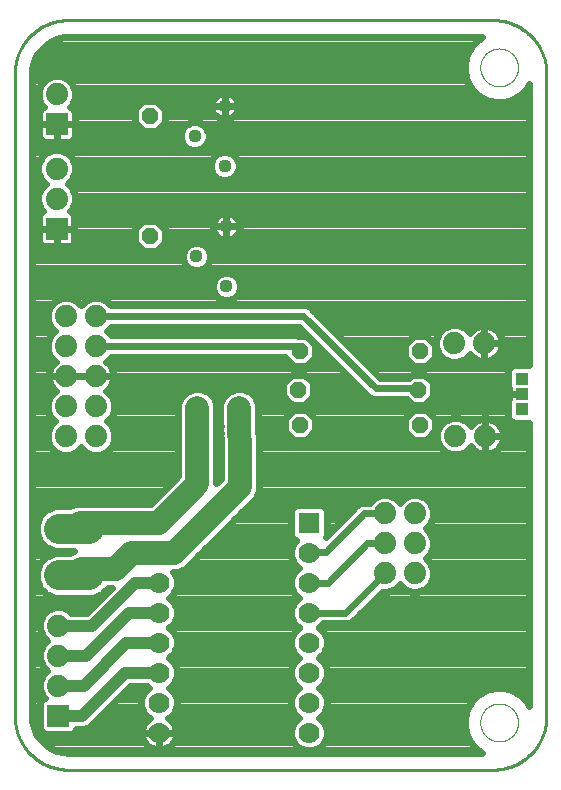
<source format=gbl>
G75*
%MOIN*%
%OFA0B0*%
%FSLAX25Y25*%
%IPPOS*%
%LPD*%
%AMOC8*
5,1,8,0,0,1.08239X$1,22.5*
%
%ADD10C,0.00000*%
%ADD11C,0.01000*%
%ADD12C,0.07400*%
%ADD13R,0.04362X0.04362*%
%ADD14OC8,0.05200*%
%ADD15R,0.07400X0.07400*%
%ADD16C,0.04400*%
%ADD17C,0.10000*%
%ADD18R,0.07000X0.07000*%
%ADD19C,0.07000*%
%ADD20OC8,0.06300*%
%ADD21C,0.06300*%
%ADD22C,0.02400*%
%ADD23C,0.07874*%
%ADD24C,0.04000*%
D10*
X0191787Y0023322D02*
X0191789Y0023480D01*
X0191795Y0023638D01*
X0191805Y0023796D01*
X0191819Y0023954D01*
X0191837Y0024111D01*
X0191858Y0024268D01*
X0191884Y0024424D01*
X0191914Y0024580D01*
X0191947Y0024735D01*
X0191985Y0024888D01*
X0192026Y0025041D01*
X0192071Y0025193D01*
X0192120Y0025344D01*
X0192173Y0025493D01*
X0192229Y0025641D01*
X0192289Y0025787D01*
X0192353Y0025932D01*
X0192421Y0026075D01*
X0192492Y0026217D01*
X0192566Y0026357D01*
X0192644Y0026494D01*
X0192726Y0026630D01*
X0192810Y0026764D01*
X0192899Y0026895D01*
X0192990Y0027024D01*
X0193085Y0027151D01*
X0193182Y0027276D01*
X0193283Y0027398D01*
X0193387Y0027517D01*
X0193494Y0027634D01*
X0193604Y0027748D01*
X0193717Y0027859D01*
X0193832Y0027968D01*
X0193950Y0028073D01*
X0194071Y0028175D01*
X0194194Y0028275D01*
X0194320Y0028371D01*
X0194448Y0028464D01*
X0194578Y0028554D01*
X0194711Y0028640D01*
X0194846Y0028724D01*
X0194982Y0028803D01*
X0195121Y0028880D01*
X0195262Y0028952D01*
X0195404Y0029022D01*
X0195548Y0029087D01*
X0195694Y0029149D01*
X0195841Y0029207D01*
X0195990Y0029262D01*
X0196140Y0029313D01*
X0196291Y0029360D01*
X0196443Y0029403D01*
X0196596Y0029442D01*
X0196751Y0029478D01*
X0196906Y0029509D01*
X0197062Y0029537D01*
X0197218Y0029561D01*
X0197375Y0029581D01*
X0197533Y0029597D01*
X0197690Y0029609D01*
X0197849Y0029617D01*
X0198007Y0029621D01*
X0198165Y0029621D01*
X0198323Y0029617D01*
X0198482Y0029609D01*
X0198639Y0029597D01*
X0198797Y0029581D01*
X0198954Y0029561D01*
X0199110Y0029537D01*
X0199266Y0029509D01*
X0199421Y0029478D01*
X0199576Y0029442D01*
X0199729Y0029403D01*
X0199881Y0029360D01*
X0200032Y0029313D01*
X0200182Y0029262D01*
X0200331Y0029207D01*
X0200478Y0029149D01*
X0200624Y0029087D01*
X0200768Y0029022D01*
X0200910Y0028952D01*
X0201051Y0028880D01*
X0201190Y0028803D01*
X0201326Y0028724D01*
X0201461Y0028640D01*
X0201594Y0028554D01*
X0201724Y0028464D01*
X0201852Y0028371D01*
X0201978Y0028275D01*
X0202101Y0028175D01*
X0202222Y0028073D01*
X0202340Y0027968D01*
X0202455Y0027859D01*
X0202568Y0027748D01*
X0202678Y0027634D01*
X0202785Y0027517D01*
X0202889Y0027398D01*
X0202990Y0027276D01*
X0203087Y0027151D01*
X0203182Y0027024D01*
X0203273Y0026895D01*
X0203362Y0026764D01*
X0203446Y0026630D01*
X0203528Y0026494D01*
X0203606Y0026357D01*
X0203680Y0026217D01*
X0203751Y0026075D01*
X0203819Y0025932D01*
X0203883Y0025787D01*
X0203943Y0025641D01*
X0203999Y0025493D01*
X0204052Y0025344D01*
X0204101Y0025193D01*
X0204146Y0025041D01*
X0204187Y0024888D01*
X0204225Y0024735D01*
X0204258Y0024580D01*
X0204288Y0024424D01*
X0204314Y0024268D01*
X0204335Y0024111D01*
X0204353Y0023954D01*
X0204367Y0023796D01*
X0204377Y0023638D01*
X0204383Y0023480D01*
X0204385Y0023322D01*
X0204383Y0023164D01*
X0204377Y0023006D01*
X0204367Y0022848D01*
X0204353Y0022690D01*
X0204335Y0022533D01*
X0204314Y0022376D01*
X0204288Y0022220D01*
X0204258Y0022064D01*
X0204225Y0021909D01*
X0204187Y0021756D01*
X0204146Y0021603D01*
X0204101Y0021451D01*
X0204052Y0021300D01*
X0203999Y0021151D01*
X0203943Y0021003D01*
X0203883Y0020857D01*
X0203819Y0020712D01*
X0203751Y0020569D01*
X0203680Y0020427D01*
X0203606Y0020287D01*
X0203528Y0020150D01*
X0203446Y0020014D01*
X0203362Y0019880D01*
X0203273Y0019749D01*
X0203182Y0019620D01*
X0203087Y0019493D01*
X0202990Y0019368D01*
X0202889Y0019246D01*
X0202785Y0019127D01*
X0202678Y0019010D01*
X0202568Y0018896D01*
X0202455Y0018785D01*
X0202340Y0018676D01*
X0202222Y0018571D01*
X0202101Y0018469D01*
X0201978Y0018369D01*
X0201852Y0018273D01*
X0201724Y0018180D01*
X0201594Y0018090D01*
X0201461Y0018004D01*
X0201326Y0017920D01*
X0201190Y0017841D01*
X0201051Y0017764D01*
X0200910Y0017692D01*
X0200768Y0017622D01*
X0200624Y0017557D01*
X0200478Y0017495D01*
X0200331Y0017437D01*
X0200182Y0017382D01*
X0200032Y0017331D01*
X0199881Y0017284D01*
X0199729Y0017241D01*
X0199576Y0017202D01*
X0199421Y0017166D01*
X0199266Y0017135D01*
X0199110Y0017107D01*
X0198954Y0017083D01*
X0198797Y0017063D01*
X0198639Y0017047D01*
X0198482Y0017035D01*
X0198323Y0017027D01*
X0198165Y0017023D01*
X0198007Y0017023D01*
X0197849Y0017027D01*
X0197690Y0017035D01*
X0197533Y0017047D01*
X0197375Y0017063D01*
X0197218Y0017083D01*
X0197062Y0017107D01*
X0196906Y0017135D01*
X0196751Y0017166D01*
X0196596Y0017202D01*
X0196443Y0017241D01*
X0196291Y0017284D01*
X0196140Y0017331D01*
X0195990Y0017382D01*
X0195841Y0017437D01*
X0195694Y0017495D01*
X0195548Y0017557D01*
X0195404Y0017622D01*
X0195262Y0017692D01*
X0195121Y0017764D01*
X0194982Y0017841D01*
X0194846Y0017920D01*
X0194711Y0018004D01*
X0194578Y0018090D01*
X0194448Y0018180D01*
X0194320Y0018273D01*
X0194194Y0018369D01*
X0194071Y0018469D01*
X0193950Y0018571D01*
X0193832Y0018676D01*
X0193717Y0018785D01*
X0193604Y0018896D01*
X0193494Y0019010D01*
X0193387Y0019127D01*
X0193283Y0019246D01*
X0193182Y0019368D01*
X0193085Y0019493D01*
X0192990Y0019620D01*
X0192899Y0019749D01*
X0192810Y0019880D01*
X0192726Y0020014D01*
X0192644Y0020150D01*
X0192566Y0020287D01*
X0192492Y0020427D01*
X0192421Y0020569D01*
X0192353Y0020712D01*
X0192289Y0020857D01*
X0192229Y0021003D01*
X0192173Y0021151D01*
X0192120Y0021300D01*
X0192071Y0021451D01*
X0192026Y0021603D01*
X0191985Y0021756D01*
X0191947Y0021909D01*
X0191914Y0022064D01*
X0191884Y0022220D01*
X0191858Y0022376D01*
X0191837Y0022533D01*
X0191819Y0022690D01*
X0191805Y0022848D01*
X0191795Y0023006D01*
X0191789Y0023164D01*
X0191787Y0023322D01*
X0191787Y0241669D02*
X0191789Y0241827D01*
X0191795Y0241985D01*
X0191805Y0242143D01*
X0191819Y0242301D01*
X0191837Y0242458D01*
X0191858Y0242615D01*
X0191884Y0242771D01*
X0191914Y0242927D01*
X0191947Y0243082D01*
X0191985Y0243235D01*
X0192026Y0243388D01*
X0192071Y0243540D01*
X0192120Y0243691D01*
X0192173Y0243840D01*
X0192229Y0243988D01*
X0192289Y0244134D01*
X0192353Y0244279D01*
X0192421Y0244422D01*
X0192492Y0244564D01*
X0192566Y0244704D01*
X0192644Y0244841D01*
X0192726Y0244977D01*
X0192810Y0245111D01*
X0192899Y0245242D01*
X0192990Y0245371D01*
X0193085Y0245498D01*
X0193182Y0245623D01*
X0193283Y0245745D01*
X0193387Y0245864D01*
X0193494Y0245981D01*
X0193604Y0246095D01*
X0193717Y0246206D01*
X0193832Y0246315D01*
X0193950Y0246420D01*
X0194071Y0246522D01*
X0194194Y0246622D01*
X0194320Y0246718D01*
X0194448Y0246811D01*
X0194578Y0246901D01*
X0194711Y0246987D01*
X0194846Y0247071D01*
X0194982Y0247150D01*
X0195121Y0247227D01*
X0195262Y0247299D01*
X0195404Y0247369D01*
X0195548Y0247434D01*
X0195694Y0247496D01*
X0195841Y0247554D01*
X0195990Y0247609D01*
X0196140Y0247660D01*
X0196291Y0247707D01*
X0196443Y0247750D01*
X0196596Y0247789D01*
X0196751Y0247825D01*
X0196906Y0247856D01*
X0197062Y0247884D01*
X0197218Y0247908D01*
X0197375Y0247928D01*
X0197533Y0247944D01*
X0197690Y0247956D01*
X0197849Y0247964D01*
X0198007Y0247968D01*
X0198165Y0247968D01*
X0198323Y0247964D01*
X0198482Y0247956D01*
X0198639Y0247944D01*
X0198797Y0247928D01*
X0198954Y0247908D01*
X0199110Y0247884D01*
X0199266Y0247856D01*
X0199421Y0247825D01*
X0199576Y0247789D01*
X0199729Y0247750D01*
X0199881Y0247707D01*
X0200032Y0247660D01*
X0200182Y0247609D01*
X0200331Y0247554D01*
X0200478Y0247496D01*
X0200624Y0247434D01*
X0200768Y0247369D01*
X0200910Y0247299D01*
X0201051Y0247227D01*
X0201190Y0247150D01*
X0201326Y0247071D01*
X0201461Y0246987D01*
X0201594Y0246901D01*
X0201724Y0246811D01*
X0201852Y0246718D01*
X0201978Y0246622D01*
X0202101Y0246522D01*
X0202222Y0246420D01*
X0202340Y0246315D01*
X0202455Y0246206D01*
X0202568Y0246095D01*
X0202678Y0245981D01*
X0202785Y0245864D01*
X0202889Y0245745D01*
X0202990Y0245623D01*
X0203087Y0245498D01*
X0203182Y0245371D01*
X0203273Y0245242D01*
X0203362Y0245111D01*
X0203446Y0244977D01*
X0203528Y0244841D01*
X0203606Y0244704D01*
X0203680Y0244564D01*
X0203751Y0244422D01*
X0203819Y0244279D01*
X0203883Y0244134D01*
X0203943Y0243988D01*
X0203999Y0243840D01*
X0204052Y0243691D01*
X0204101Y0243540D01*
X0204146Y0243388D01*
X0204187Y0243235D01*
X0204225Y0243082D01*
X0204258Y0242927D01*
X0204288Y0242771D01*
X0204314Y0242615D01*
X0204335Y0242458D01*
X0204353Y0242301D01*
X0204367Y0242143D01*
X0204377Y0241985D01*
X0204383Y0241827D01*
X0204385Y0241669D01*
X0204383Y0241511D01*
X0204377Y0241353D01*
X0204367Y0241195D01*
X0204353Y0241037D01*
X0204335Y0240880D01*
X0204314Y0240723D01*
X0204288Y0240567D01*
X0204258Y0240411D01*
X0204225Y0240256D01*
X0204187Y0240103D01*
X0204146Y0239950D01*
X0204101Y0239798D01*
X0204052Y0239647D01*
X0203999Y0239498D01*
X0203943Y0239350D01*
X0203883Y0239204D01*
X0203819Y0239059D01*
X0203751Y0238916D01*
X0203680Y0238774D01*
X0203606Y0238634D01*
X0203528Y0238497D01*
X0203446Y0238361D01*
X0203362Y0238227D01*
X0203273Y0238096D01*
X0203182Y0237967D01*
X0203087Y0237840D01*
X0202990Y0237715D01*
X0202889Y0237593D01*
X0202785Y0237474D01*
X0202678Y0237357D01*
X0202568Y0237243D01*
X0202455Y0237132D01*
X0202340Y0237023D01*
X0202222Y0236918D01*
X0202101Y0236816D01*
X0201978Y0236716D01*
X0201852Y0236620D01*
X0201724Y0236527D01*
X0201594Y0236437D01*
X0201461Y0236351D01*
X0201326Y0236267D01*
X0201190Y0236188D01*
X0201051Y0236111D01*
X0200910Y0236039D01*
X0200768Y0235969D01*
X0200624Y0235904D01*
X0200478Y0235842D01*
X0200331Y0235784D01*
X0200182Y0235729D01*
X0200032Y0235678D01*
X0199881Y0235631D01*
X0199729Y0235588D01*
X0199576Y0235549D01*
X0199421Y0235513D01*
X0199266Y0235482D01*
X0199110Y0235454D01*
X0198954Y0235430D01*
X0198797Y0235410D01*
X0198639Y0235394D01*
X0198482Y0235382D01*
X0198323Y0235374D01*
X0198165Y0235370D01*
X0198007Y0235370D01*
X0197849Y0235374D01*
X0197690Y0235382D01*
X0197533Y0235394D01*
X0197375Y0235410D01*
X0197218Y0235430D01*
X0197062Y0235454D01*
X0196906Y0235482D01*
X0196751Y0235513D01*
X0196596Y0235549D01*
X0196443Y0235588D01*
X0196291Y0235631D01*
X0196140Y0235678D01*
X0195990Y0235729D01*
X0195841Y0235784D01*
X0195694Y0235842D01*
X0195548Y0235904D01*
X0195404Y0235969D01*
X0195262Y0236039D01*
X0195121Y0236111D01*
X0194982Y0236188D01*
X0194846Y0236267D01*
X0194711Y0236351D01*
X0194578Y0236437D01*
X0194448Y0236527D01*
X0194320Y0236620D01*
X0194194Y0236716D01*
X0194071Y0236816D01*
X0193950Y0236918D01*
X0193832Y0237023D01*
X0193717Y0237132D01*
X0193604Y0237243D01*
X0193494Y0237357D01*
X0193387Y0237474D01*
X0193283Y0237593D01*
X0193182Y0237715D01*
X0193085Y0237840D01*
X0192990Y0237967D01*
X0192899Y0238096D01*
X0192810Y0238227D01*
X0192726Y0238361D01*
X0192644Y0238497D01*
X0192566Y0238634D01*
X0192492Y0238774D01*
X0192421Y0238916D01*
X0192353Y0239059D01*
X0192289Y0239204D01*
X0192229Y0239350D01*
X0192173Y0239498D01*
X0192120Y0239647D01*
X0192071Y0239798D01*
X0192026Y0239950D01*
X0191985Y0240103D01*
X0191947Y0240256D01*
X0191914Y0240411D01*
X0191884Y0240567D01*
X0191858Y0240723D01*
X0191837Y0240880D01*
X0191819Y0241037D01*
X0191805Y0241195D01*
X0191795Y0241353D01*
X0191789Y0241511D01*
X0191787Y0241669D01*
D11*
X0036669Y0239700D02*
X0036669Y0025291D01*
X0036668Y0025291D02*
X0036673Y0024863D01*
X0036689Y0024435D01*
X0036715Y0024008D01*
X0036751Y0023581D01*
X0036797Y0023155D01*
X0036854Y0022731D01*
X0036921Y0022308D01*
X0036998Y0021887D01*
X0037085Y0021468D01*
X0037183Y0021051D01*
X0037290Y0020637D01*
X0037408Y0020225D01*
X0037535Y0019816D01*
X0037672Y0019411D01*
X0037819Y0019008D01*
X0037976Y0018610D01*
X0038142Y0018215D01*
X0038318Y0017825D01*
X0038503Y0017439D01*
X0038697Y0017057D01*
X0038901Y0016681D01*
X0039113Y0016309D01*
X0039335Y0015943D01*
X0039565Y0015582D01*
X0039804Y0015227D01*
X0040052Y0014877D01*
X0040307Y0014534D01*
X0040572Y0014197D01*
X0040844Y0013866D01*
X0041124Y0013542D01*
X0041411Y0013225D01*
X0041707Y0012915D01*
X0042009Y0012613D01*
X0042319Y0012317D01*
X0042636Y0012030D01*
X0042960Y0011750D01*
X0043291Y0011478D01*
X0043628Y0011213D01*
X0043971Y0010958D01*
X0044321Y0010710D01*
X0044676Y0010471D01*
X0045037Y0010241D01*
X0045403Y0010019D01*
X0045775Y0009807D01*
X0046151Y0009603D01*
X0046533Y0009409D01*
X0046919Y0009224D01*
X0047309Y0009048D01*
X0047704Y0008882D01*
X0048102Y0008725D01*
X0048505Y0008578D01*
X0048910Y0008441D01*
X0049319Y0008314D01*
X0049731Y0008196D01*
X0050145Y0008089D01*
X0050562Y0007991D01*
X0050981Y0007904D01*
X0051402Y0007827D01*
X0051825Y0007760D01*
X0052249Y0007703D01*
X0052675Y0007657D01*
X0053102Y0007621D01*
X0053529Y0007595D01*
X0053957Y0007579D01*
X0054385Y0007574D01*
X0196118Y0007574D01*
X0196546Y0007579D01*
X0196974Y0007595D01*
X0197401Y0007621D01*
X0197828Y0007657D01*
X0198254Y0007703D01*
X0198678Y0007760D01*
X0199101Y0007827D01*
X0199522Y0007904D01*
X0199941Y0007991D01*
X0200358Y0008089D01*
X0200772Y0008196D01*
X0201184Y0008314D01*
X0201593Y0008441D01*
X0201998Y0008578D01*
X0202401Y0008725D01*
X0202799Y0008882D01*
X0203194Y0009048D01*
X0203584Y0009224D01*
X0203970Y0009409D01*
X0204352Y0009603D01*
X0204728Y0009807D01*
X0205100Y0010019D01*
X0205466Y0010241D01*
X0205827Y0010471D01*
X0206182Y0010710D01*
X0206532Y0010958D01*
X0206875Y0011213D01*
X0207212Y0011478D01*
X0207543Y0011750D01*
X0207867Y0012030D01*
X0208184Y0012317D01*
X0208494Y0012613D01*
X0208796Y0012915D01*
X0209092Y0013225D01*
X0209379Y0013542D01*
X0209659Y0013866D01*
X0209931Y0014197D01*
X0210196Y0014534D01*
X0210451Y0014877D01*
X0210699Y0015227D01*
X0210938Y0015582D01*
X0211168Y0015943D01*
X0211390Y0016309D01*
X0211602Y0016681D01*
X0211806Y0017057D01*
X0212000Y0017439D01*
X0212185Y0017825D01*
X0212361Y0018215D01*
X0212527Y0018610D01*
X0212684Y0019008D01*
X0212831Y0019411D01*
X0212968Y0019816D01*
X0213095Y0020225D01*
X0213213Y0020637D01*
X0213320Y0021051D01*
X0213418Y0021468D01*
X0213505Y0021887D01*
X0213582Y0022308D01*
X0213649Y0022731D01*
X0213706Y0023155D01*
X0213752Y0023581D01*
X0213788Y0024008D01*
X0213814Y0024435D01*
X0213830Y0024863D01*
X0213835Y0025291D01*
X0213834Y0025291D02*
X0213834Y0239700D01*
X0213835Y0239700D02*
X0213830Y0240128D01*
X0213814Y0240556D01*
X0213788Y0240983D01*
X0213752Y0241410D01*
X0213706Y0241836D01*
X0213649Y0242260D01*
X0213582Y0242683D01*
X0213505Y0243104D01*
X0213418Y0243523D01*
X0213320Y0243940D01*
X0213213Y0244354D01*
X0213095Y0244766D01*
X0212968Y0245175D01*
X0212831Y0245580D01*
X0212684Y0245983D01*
X0212527Y0246381D01*
X0212361Y0246776D01*
X0212185Y0247166D01*
X0212000Y0247552D01*
X0211806Y0247934D01*
X0211602Y0248310D01*
X0211390Y0248682D01*
X0211168Y0249048D01*
X0210938Y0249409D01*
X0210699Y0249764D01*
X0210451Y0250114D01*
X0210196Y0250457D01*
X0209931Y0250794D01*
X0209659Y0251125D01*
X0209379Y0251449D01*
X0209092Y0251766D01*
X0208796Y0252076D01*
X0208494Y0252378D01*
X0208184Y0252674D01*
X0207867Y0252961D01*
X0207543Y0253241D01*
X0207212Y0253513D01*
X0206875Y0253778D01*
X0206532Y0254033D01*
X0206182Y0254281D01*
X0205827Y0254520D01*
X0205466Y0254750D01*
X0205100Y0254972D01*
X0204728Y0255184D01*
X0204352Y0255388D01*
X0203970Y0255582D01*
X0203584Y0255767D01*
X0203194Y0255943D01*
X0202799Y0256109D01*
X0202401Y0256266D01*
X0201998Y0256413D01*
X0201593Y0256550D01*
X0201184Y0256677D01*
X0200772Y0256795D01*
X0200358Y0256902D01*
X0199941Y0257000D01*
X0199522Y0257087D01*
X0199101Y0257164D01*
X0198678Y0257231D01*
X0198254Y0257288D01*
X0197828Y0257334D01*
X0197401Y0257370D01*
X0196974Y0257396D01*
X0196546Y0257412D01*
X0196118Y0257417D01*
X0054385Y0257417D01*
X0053957Y0257412D01*
X0053529Y0257396D01*
X0053102Y0257370D01*
X0052675Y0257334D01*
X0052249Y0257288D01*
X0051825Y0257231D01*
X0051402Y0257164D01*
X0050981Y0257087D01*
X0050562Y0257000D01*
X0050145Y0256902D01*
X0049731Y0256795D01*
X0049319Y0256677D01*
X0048910Y0256550D01*
X0048505Y0256413D01*
X0048102Y0256266D01*
X0047704Y0256109D01*
X0047309Y0255943D01*
X0046919Y0255767D01*
X0046533Y0255582D01*
X0046151Y0255388D01*
X0045775Y0255184D01*
X0045403Y0254972D01*
X0045037Y0254750D01*
X0044676Y0254520D01*
X0044321Y0254281D01*
X0043971Y0254033D01*
X0043628Y0253778D01*
X0043291Y0253513D01*
X0042960Y0253241D01*
X0042636Y0252961D01*
X0042319Y0252674D01*
X0042009Y0252378D01*
X0041707Y0252076D01*
X0041411Y0251766D01*
X0041124Y0251449D01*
X0040844Y0251125D01*
X0040572Y0250794D01*
X0040307Y0250457D01*
X0040052Y0250114D01*
X0039804Y0249764D01*
X0039565Y0249409D01*
X0039335Y0249048D01*
X0039113Y0248682D01*
X0038901Y0248310D01*
X0038697Y0247934D01*
X0038503Y0247552D01*
X0038318Y0247166D01*
X0038142Y0246776D01*
X0037976Y0246381D01*
X0037819Y0245983D01*
X0037672Y0245580D01*
X0037535Y0245175D01*
X0037408Y0244766D01*
X0037290Y0244354D01*
X0037183Y0243940D01*
X0037085Y0243523D01*
X0036998Y0243104D01*
X0036921Y0242683D01*
X0036854Y0242260D01*
X0036797Y0241836D01*
X0036751Y0241410D01*
X0036715Y0240983D01*
X0036689Y0240556D01*
X0036673Y0240128D01*
X0036668Y0239700D01*
D12*
X0050674Y0232728D03*
X0050608Y0207899D03*
X0050608Y0197899D03*
X0053714Y0158727D03*
X0053714Y0148727D03*
X0053714Y0138727D03*
X0053714Y0128727D03*
X0053714Y0118727D03*
X0063714Y0118727D03*
X0063714Y0128727D03*
X0063714Y0138727D03*
X0063714Y0148727D03*
X0063714Y0158727D03*
X0051135Y0055560D03*
X0051135Y0045560D03*
X0051135Y0035560D03*
X0159930Y0072978D03*
X0159930Y0082978D03*
X0159930Y0092978D03*
X0169930Y0092978D03*
X0169930Y0082978D03*
X0169930Y0072978D03*
X0183474Y0118765D03*
X0193474Y0118765D03*
X0193114Y0149680D03*
X0183114Y0149680D03*
D13*
X0205688Y0137877D03*
X0205688Y0132877D03*
X0205688Y0127877D03*
D14*
X0171551Y0122562D03*
X0171176Y0134239D03*
X0171615Y0147179D03*
X0131615Y0147179D03*
X0131176Y0134239D03*
X0131551Y0122562D03*
X0081594Y0185576D03*
X0081594Y0225576D03*
D15*
X0050674Y0222728D03*
X0050608Y0187899D03*
X0051135Y0025560D03*
D16*
X0107149Y0168645D03*
X0097149Y0178645D03*
X0107149Y0188645D03*
X0106622Y0208763D03*
X0096622Y0218763D03*
X0106622Y0228763D03*
D17*
X0061368Y0087910D02*
X0051368Y0087910D01*
X0051368Y0072319D02*
X0061368Y0072319D01*
D18*
X0134689Y0089924D03*
D19*
X0134689Y0079924D03*
X0134689Y0069924D03*
X0134689Y0059924D03*
X0134689Y0049924D03*
X0134689Y0039924D03*
X0134689Y0029924D03*
X0134689Y0019924D03*
X0084689Y0019924D03*
X0084689Y0029924D03*
X0084689Y0039924D03*
X0084689Y0049924D03*
X0084689Y0059924D03*
X0084689Y0069924D03*
X0084689Y0079924D03*
X0084689Y0089924D03*
D20*
X0111523Y0128163D03*
D21*
X0097523Y0128163D03*
D22*
X0091186Y0126970D02*
X0069589Y0126970D01*
X0069814Y0127514D02*
X0069814Y0129940D01*
X0068885Y0132182D01*
X0067170Y0133898D01*
X0067129Y0133915D01*
X0067558Y0134227D01*
X0068214Y0134883D01*
X0068760Y0135635D01*
X0069182Y0136462D01*
X0069469Y0137345D01*
X0069614Y0138263D01*
X0069614Y0138727D01*
X0063714Y0138727D01*
X0057814Y0138727D01*
X0053714Y0138727D01*
X0047814Y0138727D01*
X0047814Y0138263D01*
X0047959Y0137345D01*
X0048246Y0136462D01*
X0048668Y0135635D01*
X0049214Y0134883D01*
X0049871Y0134227D01*
X0050299Y0133915D01*
X0050259Y0133898D01*
X0048543Y0132182D01*
X0047614Y0129940D01*
X0047614Y0127514D01*
X0048543Y0125272D01*
X0050087Y0123727D01*
X0048543Y0122182D01*
X0047614Y0119940D01*
X0047614Y0117514D01*
X0048543Y0115272D01*
X0050259Y0113556D01*
X0052501Y0112627D01*
X0054928Y0112627D01*
X0057170Y0113556D01*
X0058714Y0115100D01*
X0060259Y0113556D01*
X0062501Y0112627D01*
X0064928Y0112627D01*
X0067170Y0113556D01*
X0068885Y0115272D01*
X0069814Y0117514D01*
X0069814Y0119940D01*
X0068885Y0122182D01*
X0067341Y0123727D01*
X0068885Y0125272D01*
X0069814Y0127514D01*
X0069814Y0129368D02*
X0091186Y0129368D01*
X0091186Y0129423D02*
X0091186Y0105384D01*
X0082064Y0096261D01*
X0057122Y0096261D01*
X0054825Y0095310D01*
X0049896Y0095310D01*
X0047176Y0094183D01*
X0045095Y0092102D01*
X0043968Y0089382D01*
X0043968Y0086438D01*
X0045095Y0083718D01*
X0047176Y0081637D01*
X0049896Y0080510D01*
X0056431Y0080510D01*
X0055007Y0079920D01*
X0054806Y0079719D01*
X0049896Y0079719D01*
X0047176Y0078593D01*
X0045095Y0076511D01*
X0043968Y0073791D01*
X0043968Y0070847D01*
X0045095Y0068128D01*
X0047176Y0066046D01*
X0049896Y0064919D01*
X0062840Y0064919D01*
X0065560Y0066046D01*
X0067642Y0068128D01*
X0067676Y0068211D01*
X0068900Y0068211D01*
X0060649Y0059960D01*
X0055362Y0059960D01*
X0054591Y0060732D01*
X0052349Y0061660D01*
X0049922Y0061660D01*
X0047680Y0060732D01*
X0045964Y0059016D01*
X0045035Y0056774D01*
X0045035Y0054347D01*
X0045964Y0052105D01*
X0047509Y0050560D01*
X0045964Y0049016D01*
X0045035Y0046774D01*
X0045035Y0044347D01*
X0045964Y0042105D01*
X0047509Y0040560D01*
X0045964Y0039016D01*
X0045035Y0036774D01*
X0045035Y0034347D01*
X0045964Y0032105D01*
X0046570Y0031500D01*
X0046076Y0031295D01*
X0045401Y0030620D01*
X0045035Y0029738D01*
X0045035Y0021383D01*
X0045401Y0020501D01*
X0046076Y0019826D01*
X0046958Y0019460D01*
X0055313Y0019460D01*
X0056195Y0019826D01*
X0056870Y0020501D01*
X0057143Y0021160D01*
X0059835Y0021160D01*
X0061452Y0021830D01*
X0075082Y0035460D01*
X0080809Y0035460D01*
X0081345Y0034924D01*
X0079687Y0033267D01*
X0078789Y0031098D01*
X0078789Y0028751D01*
X0079687Y0026582D01*
X0081347Y0024923D01*
X0081680Y0024784D01*
X0080975Y0024272D01*
X0080341Y0023638D01*
X0079814Y0022912D01*
X0079406Y0022112D01*
X0079129Y0021259D01*
X0078989Y0020373D01*
X0078989Y0019925D01*
X0084689Y0019925D01*
X0090389Y0019925D01*
X0090389Y0020373D01*
X0090248Y0021259D01*
X0089971Y0022112D01*
X0089564Y0022912D01*
X0089036Y0023638D01*
X0088402Y0024272D01*
X0087697Y0024784D01*
X0088031Y0024923D01*
X0089690Y0026582D01*
X0090589Y0028751D01*
X0090589Y0031098D01*
X0089690Y0033267D01*
X0088033Y0034924D01*
X0089690Y0036582D01*
X0090589Y0038751D01*
X0090589Y0041098D01*
X0089690Y0043267D01*
X0088033Y0044924D01*
X0089690Y0046582D01*
X0090589Y0048751D01*
X0090589Y0051098D01*
X0089690Y0053267D01*
X0088033Y0054924D01*
X0089690Y0056582D01*
X0090589Y0058751D01*
X0090589Y0061098D01*
X0089690Y0063267D01*
X0088033Y0064924D01*
X0089690Y0066582D01*
X0090589Y0068751D01*
X0090589Y0071098D01*
X0089690Y0073267D01*
X0089370Y0073587D01*
X0091025Y0073587D01*
X0093354Y0074552D01*
X0115215Y0096413D01*
X0116998Y0098195D01*
X0117962Y0100525D01*
X0117962Y0106817D01*
X0117969Y0106832D01*
X0117962Y0108077D01*
X0117962Y0109321D01*
X0117956Y0109336D01*
X0117854Y0129455D01*
X0116877Y0131780D01*
X0115085Y0133553D01*
X0112751Y0134506D01*
X0110230Y0134493D01*
X0107906Y0133517D01*
X0106133Y0131725D01*
X0105180Y0129391D01*
X0105288Y0108044D01*
X0105288Y0104410D01*
X0103860Y0102982D01*
X0103860Y0129423D01*
X0102895Y0131752D01*
X0101113Y0133535D01*
X0098784Y0134500D01*
X0096263Y0134500D01*
X0093933Y0133535D01*
X0092151Y0131752D01*
X0091186Y0129423D01*
X0092165Y0131767D02*
X0069058Y0131767D01*
X0067473Y0134166D02*
X0095456Y0134166D01*
X0099590Y0134166D02*
X0109450Y0134166D01*
X0106174Y0131767D02*
X0102881Y0131767D01*
X0103860Y0129368D02*
X0105180Y0129368D01*
X0105192Y0126970D02*
X0103860Y0126970D01*
X0103860Y0124571D02*
X0105204Y0124571D01*
X0105216Y0122173D02*
X0103860Y0122173D01*
X0103860Y0119774D02*
X0105229Y0119774D01*
X0105241Y0117376D02*
X0103860Y0117376D01*
X0103860Y0114977D02*
X0105253Y0114977D01*
X0105265Y0112579D02*
X0103860Y0112579D01*
X0103860Y0110180D02*
X0105278Y0110180D01*
X0105288Y0107782D02*
X0103860Y0107782D01*
X0103860Y0105383D02*
X0105288Y0105383D01*
X0103863Y0102985D02*
X0103860Y0102985D01*
X0112193Y0093391D02*
X0128789Y0093391D01*
X0128789Y0093902D02*
X0128789Y0085947D01*
X0129154Y0085065D01*
X0129829Y0084390D01*
X0130523Y0084103D01*
X0129687Y0083267D01*
X0128789Y0081098D01*
X0128789Y0078751D01*
X0129687Y0076582D01*
X0131345Y0074924D01*
X0129687Y0073267D01*
X0128789Y0071098D01*
X0128789Y0068751D01*
X0129687Y0066582D01*
X0131345Y0064924D01*
X0129687Y0063267D01*
X0128789Y0061098D01*
X0128789Y0058751D01*
X0129687Y0056582D01*
X0131345Y0054924D01*
X0129687Y0053267D01*
X0128789Y0051098D01*
X0128789Y0048751D01*
X0129687Y0046582D01*
X0131345Y0044924D01*
X0129687Y0043267D01*
X0128789Y0041098D01*
X0128789Y0038751D01*
X0129687Y0036582D01*
X0131345Y0034924D01*
X0129687Y0033267D01*
X0128789Y0031098D01*
X0128789Y0028751D01*
X0129687Y0026582D01*
X0131345Y0024924D01*
X0129687Y0023267D01*
X0128789Y0021098D01*
X0128789Y0018751D01*
X0129687Y0016582D01*
X0131347Y0014923D01*
X0133515Y0014024D01*
X0135862Y0014024D01*
X0138031Y0014923D01*
X0139690Y0016582D01*
X0140589Y0018751D01*
X0140589Y0021098D01*
X0139690Y0023267D01*
X0138033Y0024924D01*
X0139690Y0026582D01*
X0140589Y0028751D01*
X0140589Y0031098D01*
X0139690Y0033267D01*
X0138033Y0034924D01*
X0139690Y0036582D01*
X0140589Y0038751D01*
X0140589Y0041098D01*
X0139690Y0043267D01*
X0138033Y0044924D01*
X0139690Y0046582D01*
X0140589Y0048751D01*
X0140589Y0051098D01*
X0139690Y0053267D01*
X0138033Y0054924D01*
X0139433Y0056324D01*
X0147593Y0056324D01*
X0148916Y0056873D01*
X0158921Y0066878D01*
X0161144Y0066878D01*
X0163386Y0067807D01*
X0164930Y0069351D01*
X0166475Y0067807D01*
X0168717Y0066878D01*
X0171144Y0066878D01*
X0173386Y0067807D01*
X0175102Y0069523D01*
X0176030Y0071765D01*
X0176030Y0074191D01*
X0175102Y0076433D01*
X0173557Y0077978D01*
X0175102Y0079523D01*
X0176030Y0081765D01*
X0176030Y0084191D01*
X0175102Y0086433D01*
X0173557Y0087978D01*
X0175102Y0089523D01*
X0176030Y0091765D01*
X0176030Y0094191D01*
X0175102Y0096433D01*
X0173386Y0098149D01*
X0171144Y0099078D01*
X0168717Y0099078D01*
X0166475Y0098149D01*
X0164930Y0096605D01*
X0163386Y0098149D01*
X0161144Y0099078D01*
X0158717Y0099078D01*
X0156475Y0098149D01*
X0154903Y0096578D01*
X0152452Y0096578D01*
X0151129Y0096030D01*
X0150116Y0095017D01*
X0140265Y0085166D01*
X0140589Y0085947D01*
X0140589Y0093902D01*
X0140223Y0094784D01*
X0139548Y0095459D01*
X0138666Y0095824D01*
X0130711Y0095824D01*
X0129829Y0095459D01*
X0129154Y0094784D01*
X0128789Y0093902D01*
X0130626Y0095789D02*
X0114592Y0095789D01*
X0116990Y0098188D02*
X0156568Y0098188D01*
X0159930Y0092978D02*
X0153168Y0092978D01*
X0140423Y0080233D01*
X0134997Y0080233D01*
X0134689Y0079924D01*
X0130217Y0083797D02*
X0102599Y0083797D01*
X0104997Y0086195D02*
X0128789Y0086195D01*
X0128789Y0088594D02*
X0107396Y0088594D01*
X0109795Y0090992D02*
X0128789Y0090992D01*
X0128913Y0081398D02*
X0100200Y0081398D01*
X0097802Y0079000D02*
X0128789Y0079000D01*
X0129679Y0076601D02*
X0095403Y0076601D01*
X0092511Y0074203D02*
X0130623Y0074203D01*
X0129081Y0071804D02*
X0090296Y0071804D01*
X0090589Y0069406D02*
X0128789Y0069406D01*
X0129511Y0067007D02*
X0089866Y0067007D01*
X0088348Y0064609D02*
X0131029Y0064609D01*
X0129249Y0062210D02*
X0090128Y0062210D01*
X0090589Y0059812D02*
X0128789Y0059812D01*
X0129343Y0057413D02*
X0090035Y0057413D01*
X0088123Y0055015D02*
X0131255Y0055015D01*
X0129417Y0052616D02*
X0089960Y0052616D01*
X0090589Y0050218D02*
X0128789Y0050218D01*
X0129175Y0047819D02*
X0090203Y0047819D01*
X0088529Y0045421D02*
X0130849Y0045421D01*
X0129586Y0043022D02*
X0089792Y0043022D01*
X0090589Y0040624D02*
X0128789Y0040624D01*
X0129006Y0038225D02*
X0090371Y0038225D01*
X0088935Y0035827D02*
X0130443Y0035827D01*
X0129848Y0033428D02*
X0089529Y0033428D01*
X0090589Y0031030D02*
X0128789Y0031030D01*
X0128838Y0028631D02*
X0090539Y0028631D01*
X0089341Y0026232D02*
X0130037Y0026232D01*
X0130254Y0023834D02*
X0088840Y0023834D01*
X0090191Y0021435D02*
X0128928Y0021435D01*
X0128789Y0019037D02*
X0090319Y0019037D01*
X0090389Y0019476D02*
X0090389Y0019924D01*
X0084689Y0019924D01*
X0084689Y0019925D01*
X0084689Y0019924D01*
X0084689Y0014224D01*
X0085137Y0014224D01*
X0086023Y0014365D01*
X0086877Y0014642D01*
X0087676Y0015049D01*
X0088402Y0015577D01*
X0089036Y0016211D01*
X0089564Y0016937D01*
X0089971Y0017736D01*
X0090248Y0018590D01*
X0090389Y0019476D01*
X0089347Y0016638D02*
X0129664Y0016638D01*
X0132995Y0014240D02*
X0085235Y0014240D01*
X0084689Y0014240D02*
X0084689Y0014240D01*
X0084689Y0014224D02*
X0084689Y0019924D01*
X0084689Y0019924D01*
X0078989Y0019924D01*
X0078989Y0019476D01*
X0079129Y0018590D01*
X0079406Y0017736D01*
X0079814Y0016937D01*
X0080341Y0016211D01*
X0080975Y0015577D01*
X0081701Y0015049D01*
X0082501Y0014642D01*
X0083354Y0014365D01*
X0084240Y0014224D01*
X0084689Y0014224D01*
X0084142Y0014240D02*
X0049811Y0014240D01*
X0050416Y0013948D02*
X0047992Y0015116D01*
X0045888Y0016794D01*
X0044211Y0018897D01*
X0043043Y0021322D01*
X0042444Y0023945D01*
X0042369Y0025291D01*
X0042369Y0239700D01*
X0186709Y0239700D01*
X0186587Y0240155D02*
X0187371Y0237230D01*
X0188884Y0234608D01*
X0191025Y0232467D01*
X0193648Y0230953D01*
X0196572Y0230169D01*
X0199600Y0230169D01*
X0202525Y0230953D01*
X0205147Y0232467D01*
X0207288Y0234608D01*
X0208134Y0236074D01*
X0208134Y0142458D01*
X0203030Y0142458D01*
X0202148Y0142093D01*
X0201473Y0141418D01*
X0201107Y0140536D01*
X0201107Y0135219D01*
X0201307Y0134736D01*
X0201307Y0132877D01*
X0201307Y0131018D01*
X0201107Y0130536D01*
X0201107Y0125219D01*
X0201473Y0124337D01*
X0202148Y0123661D01*
X0203030Y0123296D01*
X0208134Y0123296D01*
X0208134Y0028917D01*
X0207288Y0030383D01*
X0205147Y0032524D01*
X0202525Y0034038D01*
X0199600Y0034821D01*
X0196572Y0034821D01*
X0193648Y0034038D01*
X0191025Y0032524D01*
X0188884Y0030383D01*
X0187371Y0027761D01*
X0186587Y0024836D01*
X0186587Y0021808D01*
X0187371Y0018884D01*
X0188884Y0016261D01*
X0191025Y0014120D01*
X0192491Y0013274D01*
X0054385Y0013274D01*
X0053040Y0013350D01*
X0050416Y0013948D01*
X0046083Y0016638D02*
X0080030Y0016638D01*
X0079058Y0019037D02*
X0044143Y0019037D01*
X0045035Y0021435D02*
X0043017Y0021435D01*
X0042470Y0023834D02*
X0045035Y0023834D01*
X0045035Y0026232D02*
X0042369Y0026232D01*
X0042369Y0028631D02*
X0045035Y0028631D01*
X0045810Y0031030D02*
X0042369Y0031030D01*
X0042369Y0033428D02*
X0045416Y0033428D01*
X0045035Y0035827D02*
X0042369Y0035827D01*
X0042369Y0038225D02*
X0045636Y0038225D01*
X0047445Y0040624D02*
X0042369Y0040624D01*
X0042369Y0043022D02*
X0045584Y0043022D01*
X0045035Y0045421D02*
X0042369Y0045421D01*
X0042369Y0047819D02*
X0045468Y0047819D01*
X0047166Y0050218D02*
X0042369Y0050218D01*
X0042369Y0052616D02*
X0045752Y0052616D01*
X0045035Y0055015D02*
X0042369Y0055015D01*
X0042369Y0057413D02*
X0045300Y0057413D01*
X0046760Y0059812D02*
X0042369Y0059812D01*
X0042369Y0062210D02*
X0062899Y0062210D01*
X0065297Y0064609D02*
X0042369Y0064609D01*
X0042369Y0067007D02*
X0046215Y0067007D01*
X0044565Y0069406D02*
X0042369Y0069406D01*
X0042369Y0071804D02*
X0043968Y0071804D01*
X0044139Y0074203D02*
X0042369Y0074203D01*
X0042369Y0076601D02*
X0045185Y0076601D01*
X0042369Y0079000D02*
X0048159Y0079000D01*
X0047752Y0081398D02*
X0042369Y0081398D01*
X0042369Y0083797D02*
X0045062Y0083797D01*
X0044069Y0086195D02*
X0042369Y0086195D01*
X0042369Y0088594D02*
X0043968Y0088594D01*
X0044635Y0090992D02*
X0042369Y0090992D01*
X0042369Y0093391D02*
X0046384Y0093391D01*
X0042369Y0095789D02*
X0055982Y0095789D01*
X0042369Y0098188D02*
X0083990Y0098188D01*
X0086389Y0100586D02*
X0042369Y0100586D01*
X0042369Y0102985D02*
X0088787Y0102985D01*
X0091186Y0105383D02*
X0042369Y0105383D01*
X0042369Y0107782D02*
X0091186Y0107782D01*
X0091186Y0110180D02*
X0042369Y0110180D01*
X0042369Y0112579D02*
X0091186Y0112579D01*
X0091186Y0114977D02*
X0068591Y0114977D01*
X0069757Y0117376D02*
X0091186Y0117376D01*
X0091186Y0119774D02*
X0069814Y0119774D01*
X0068889Y0122173D02*
X0091186Y0122173D01*
X0091186Y0124571D02*
X0068185Y0124571D01*
X0058837Y0114977D02*
X0058591Y0114977D01*
X0048837Y0114977D02*
X0042369Y0114977D01*
X0042369Y0117376D02*
X0047671Y0117376D01*
X0047614Y0119774D02*
X0042369Y0119774D01*
X0042369Y0122173D02*
X0048539Y0122173D01*
X0049243Y0124571D02*
X0042369Y0124571D01*
X0042369Y0126970D02*
X0047839Y0126970D01*
X0047614Y0129368D02*
X0042369Y0129368D01*
X0042369Y0131767D02*
X0048371Y0131767D01*
X0049955Y0134166D02*
X0042369Y0134166D01*
X0042369Y0136564D02*
X0048213Y0136564D01*
X0047814Y0138727D02*
X0047814Y0139191D01*
X0047959Y0140109D01*
X0048246Y0140992D01*
X0048668Y0141819D01*
X0049214Y0142571D01*
X0049871Y0143227D01*
X0050299Y0143539D01*
X0050259Y0143556D01*
X0048543Y0145272D01*
X0047614Y0147514D01*
X0047614Y0149940D01*
X0048543Y0152182D01*
X0050087Y0153727D01*
X0048543Y0155272D01*
X0047614Y0157514D01*
X0047614Y0159940D01*
X0048543Y0162182D01*
X0050259Y0163898D01*
X0052501Y0164827D01*
X0054928Y0164827D01*
X0057170Y0163898D01*
X0058714Y0162354D01*
X0060259Y0163898D01*
X0062501Y0164827D01*
X0064928Y0164827D01*
X0067170Y0163898D01*
X0068741Y0162327D01*
X0133574Y0162327D01*
X0134898Y0161779D01*
X0135910Y0160766D01*
X0158376Y0138300D01*
X0168166Y0138300D01*
X0169105Y0139239D01*
X0173247Y0139239D01*
X0176176Y0136310D01*
X0176176Y0132168D01*
X0173247Y0129239D01*
X0169105Y0129239D01*
X0167244Y0131100D01*
X0156169Y0131100D01*
X0154846Y0131648D01*
X0131367Y0155127D01*
X0068741Y0155127D01*
X0067341Y0153727D01*
X0068741Y0152327D01*
X0130783Y0152327D01*
X0131141Y0152179D01*
X0133686Y0152179D01*
X0136615Y0149250D01*
X0136615Y0145108D01*
X0133686Y0142179D01*
X0129544Y0142179D01*
X0126615Y0145108D01*
X0126615Y0145127D01*
X0068741Y0145127D01*
X0067170Y0143556D01*
X0067129Y0143539D01*
X0067558Y0143227D01*
X0068214Y0142571D01*
X0068760Y0141819D01*
X0069182Y0140992D01*
X0069469Y0140109D01*
X0069614Y0139191D01*
X0069614Y0138727D01*
X0063714Y0138727D01*
X0063714Y0138727D01*
X0053714Y0138727D01*
X0053714Y0138727D01*
X0047814Y0138727D01*
X0047814Y0138963D02*
X0042369Y0138963D01*
X0042369Y0141361D02*
X0048435Y0141361D01*
X0050055Y0143760D02*
X0042369Y0143760D01*
X0042369Y0146158D02*
X0048176Y0146158D01*
X0047614Y0148557D02*
X0042369Y0148557D01*
X0042369Y0150955D02*
X0048034Y0150955D01*
X0049714Y0153354D02*
X0042369Y0153354D01*
X0042369Y0155752D02*
X0048344Y0155752D01*
X0047614Y0158151D02*
X0042369Y0158151D01*
X0042369Y0160549D02*
X0047866Y0160549D01*
X0049308Y0162948D02*
X0042369Y0162948D01*
X0042369Y0165346D02*
X0103942Y0165346D01*
X0104543Y0164745D02*
X0103249Y0166039D01*
X0102549Y0167730D01*
X0102549Y0169560D01*
X0103249Y0171251D01*
X0104543Y0172545D01*
X0106234Y0173245D01*
X0108064Y0173245D01*
X0109755Y0172545D01*
X0111049Y0171251D01*
X0111749Y0169560D01*
X0111749Y0167730D01*
X0111049Y0166039D01*
X0109755Y0164745D01*
X0108064Y0164045D01*
X0106234Y0164045D01*
X0104543Y0164745D01*
X0102549Y0167745D02*
X0042369Y0167745D01*
X0042369Y0170143D02*
X0102791Y0170143D01*
X0104541Y0172542D02*
X0042369Y0172542D01*
X0042369Y0174940D02*
X0094348Y0174940D01*
X0094543Y0174745D02*
X0096234Y0174045D01*
X0098064Y0174045D01*
X0099755Y0174745D01*
X0101049Y0176039D01*
X0101749Y0177730D01*
X0101749Y0179560D01*
X0101049Y0181251D01*
X0099755Y0182545D01*
X0098064Y0183245D01*
X0096234Y0183245D01*
X0094543Y0182545D01*
X0093249Y0181251D01*
X0092549Y0179560D01*
X0092549Y0177730D01*
X0093249Y0176039D01*
X0094543Y0174745D01*
X0092711Y0177339D02*
X0042369Y0177339D01*
X0042369Y0179737D02*
X0092623Y0179737D01*
X0094135Y0182136D02*
X0085225Y0182136D01*
X0086594Y0183505D02*
X0083666Y0180576D01*
X0079523Y0180576D01*
X0076594Y0183505D01*
X0076594Y0187647D01*
X0079523Y0190576D01*
X0083666Y0190576D01*
X0086594Y0187647D01*
X0086594Y0183505D01*
X0086594Y0184534D02*
X0105562Y0184534D01*
X0105460Y0184567D02*
X0106119Y0184353D01*
X0106803Y0184245D01*
X0107149Y0184245D01*
X0107149Y0188645D01*
X0107149Y0193045D01*
X0106803Y0193045D01*
X0106119Y0192937D01*
X0105460Y0192723D01*
X0104843Y0192408D01*
X0104283Y0192001D01*
X0103793Y0191511D01*
X0103386Y0190951D01*
X0103071Y0190334D01*
X0102857Y0189675D01*
X0102749Y0188991D01*
X0102749Y0188645D01*
X0107149Y0188645D01*
X0107149Y0188645D01*
X0107149Y0188645D01*
X0107149Y0193045D01*
X0107495Y0193045D01*
X0108179Y0192937D01*
X0108838Y0192723D01*
X0109455Y0192408D01*
X0110015Y0192001D01*
X0110505Y0191511D01*
X0110912Y0190951D01*
X0111227Y0190334D01*
X0111441Y0189675D01*
X0111549Y0188991D01*
X0111549Y0188645D01*
X0107149Y0188645D01*
X0102749Y0188645D01*
X0102749Y0188299D01*
X0102857Y0187615D01*
X0103071Y0186956D01*
X0103386Y0186339D01*
X0103793Y0185778D01*
X0104283Y0185289D01*
X0104843Y0184882D01*
X0105460Y0184567D01*
X0107149Y0184534D02*
X0107149Y0184534D01*
X0107149Y0184245D02*
X0107495Y0184245D01*
X0108179Y0184353D01*
X0108838Y0184567D01*
X0109455Y0184882D01*
X0110015Y0185289D01*
X0110505Y0185778D01*
X0110912Y0186339D01*
X0111227Y0186956D01*
X0111441Y0187615D01*
X0111549Y0188299D01*
X0111549Y0188645D01*
X0107149Y0188645D01*
X0107149Y0188645D01*
X0107149Y0188645D01*
X0107149Y0184245D01*
X0108737Y0184534D02*
X0208134Y0184534D01*
X0208134Y0182136D02*
X0100164Y0182136D01*
X0101676Y0179737D02*
X0208134Y0179737D01*
X0208134Y0177339D02*
X0101587Y0177339D01*
X0099950Y0174940D02*
X0208134Y0174940D01*
X0208134Y0172542D02*
X0109758Y0172542D01*
X0111507Y0170143D02*
X0208134Y0170143D01*
X0208134Y0167745D02*
X0111749Y0167745D01*
X0110356Y0165346D02*
X0208134Y0165346D01*
X0208134Y0162948D02*
X0068120Y0162948D01*
X0063714Y0158727D02*
X0132858Y0158727D01*
X0156885Y0134700D01*
X0170715Y0134700D01*
X0171176Y0134239D01*
X0176176Y0134166D02*
X0201307Y0134166D01*
X0201307Y0132877D02*
X0205688Y0132877D01*
X0201307Y0132877D01*
X0201307Y0131767D02*
X0175775Y0131767D01*
X0173377Y0129368D02*
X0201107Y0129368D01*
X0201107Y0126970D02*
X0174214Y0126970D01*
X0173622Y0127562D02*
X0169480Y0127562D01*
X0166551Y0124633D01*
X0166551Y0120491D01*
X0169480Y0117562D01*
X0173622Y0117562D01*
X0176551Y0120491D01*
X0176551Y0124633D01*
X0173622Y0127562D01*
X0176551Y0124571D02*
X0181551Y0124571D01*
X0182261Y0124865D02*
X0180019Y0123937D01*
X0178303Y0122221D01*
X0177374Y0119979D01*
X0177374Y0117552D01*
X0178303Y0115310D01*
X0180019Y0113594D01*
X0182261Y0112665D01*
X0184688Y0112665D01*
X0186930Y0113594D01*
X0188646Y0115310D01*
X0188662Y0115351D01*
X0188974Y0114922D01*
X0189631Y0114265D01*
X0190382Y0113719D01*
X0191209Y0113298D01*
X0192093Y0113011D01*
X0193010Y0112865D01*
X0193474Y0112865D01*
X0193474Y0118765D01*
X0193474Y0118765D01*
X0193474Y0112865D01*
X0193939Y0112865D01*
X0194856Y0113011D01*
X0195739Y0113298D01*
X0196567Y0113719D01*
X0197318Y0114265D01*
X0197975Y0114922D01*
X0198520Y0115673D01*
X0198942Y0116501D01*
X0199229Y0117384D01*
X0199374Y0118301D01*
X0199374Y0118765D01*
X0193474Y0118765D01*
X0193474Y0118765D01*
X0193474Y0118766D02*
X0193474Y0124665D01*
X0193010Y0124665D01*
X0192093Y0124520D01*
X0191209Y0124233D01*
X0190382Y0123812D01*
X0189631Y0123266D01*
X0188974Y0122609D01*
X0188662Y0122180D01*
X0188646Y0122221D01*
X0186930Y0123937D01*
X0184688Y0124865D01*
X0182261Y0124865D01*
X0185397Y0124571D02*
X0192417Y0124571D01*
X0193474Y0124571D02*
X0193474Y0124571D01*
X0193474Y0124665D02*
X0193939Y0124665D01*
X0194856Y0124520D01*
X0195739Y0124233D01*
X0196567Y0123812D01*
X0197318Y0123266D01*
X0197975Y0122609D01*
X0198520Y0121858D01*
X0198942Y0121030D01*
X0199229Y0120147D01*
X0199374Y0119230D01*
X0199374Y0118765D01*
X0193474Y0118765D01*
X0193474Y0118766D02*
X0193474Y0118766D01*
X0193474Y0124665D01*
X0194532Y0124571D02*
X0201375Y0124571D01*
X0198291Y0122173D02*
X0208134Y0122173D01*
X0208134Y0119774D02*
X0199288Y0119774D01*
X0199226Y0117376D02*
X0208134Y0117376D01*
X0208134Y0114977D02*
X0198015Y0114977D01*
X0193474Y0114977D02*
X0193474Y0114977D01*
X0193474Y0117376D02*
X0193474Y0117376D01*
X0193474Y0119774D02*
X0193474Y0119774D01*
X0193474Y0122173D02*
X0193474Y0122173D01*
X0188934Y0114977D02*
X0188313Y0114977D01*
X0178636Y0114977D02*
X0117927Y0114977D01*
X0117940Y0112579D02*
X0208134Y0112579D01*
X0208134Y0110180D02*
X0117952Y0110180D01*
X0117964Y0107782D02*
X0208134Y0107782D01*
X0208134Y0105383D02*
X0117962Y0105383D01*
X0117962Y0102985D02*
X0208134Y0102985D01*
X0208134Y0100586D02*
X0117962Y0100586D01*
X0117915Y0117376D02*
X0177447Y0117376D01*
X0177374Y0119774D02*
X0175834Y0119774D01*
X0176551Y0122173D02*
X0178283Y0122173D01*
X0168887Y0126970D02*
X0134214Y0126970D01*
X0133622Y0127562D02*
X0129480Y0127562D01*
X0126551Y0124633D01*
X0126551Y0120491D01*
X0129480Y0117562D01*
X0133622Y0117562D01*
X0136551Y0120491D01*
X0136551Y0124633D01*
X0133622Y0127562D01*
X0133247Y0129239D02*
X0136176Y0132168D01*
X0136176Y0136310D01*
X0133247Y0139239D01*
X0129105Y0139239D01*
X0126176Y0136310D01*
X0126176Y0132168D01*
X0129105Y0129239D01*
X0133247Y0129239D01*
X0133377Y0129368D02*
X0168976Y0129368D01*
X0166551Y0124571D02*
X0136551Y0124571D01*
X0136551Y0122173D02*
X0166551Y0122173D01*
X0167267Y0119774D02*
X0135834Y0119774D01*
X0127267Y0119774D02*
X0117903Y0119774D01*
X0117891Y0122173D02*
X0126551Y0122173D01*
X0126551Y0124571D02*
X0117878Y0124571D01*
X0117866Y0126970D02*
X0128887Y0126970D01*
X0128976Y0129368D02*
X0117854Y0129368D01*
X0116882Y0131767D02*
X0126577Y0131767D01*
X0126176Y0134166D02*
X0113585Y0134166D01*
X0126430Y0136564D02*
X0069215Y0136564D01*
X0069614Y0138963D02*
X0128828Y0138963D01*
X0127963Y0143760D02*
X0067373Y0143760D01*
X0068994Y0141361D02*
X0145133Y0141361D01*
X0142735Y0143760D02*
X0135267Y0143760D01*
X0136615Y0146158D02*
X0140336Y0146158D01*
X0137938Y0148557D02*
X0136615Y0148557D01*
X0135539Y0150955D02*
X0134909Y0150955D01*
X0133141Y0153354D02*
X0067714Y0153354D01*
X0063714Y0148727D02*
X0130066Y0148727D01*
X0131615Y0147179D01*
X0133524Y0138963D02*
X0147532Y0138963D01*
X0149930Y0136564D02*
X0135922Y0136564D01*
X0136176Y0134166D02*
X0152329Y0134166D01*
X0154727Y0131767D02*
X0135775Y0131767D01*
X0150518Y0146158D02*
X0166615Y0146158D01*
X0166615Y0145108D02*
X0169544Y0142179D01*
X0173686Y0142179D01*
X0176615Y0145108D01*
X0176615Y0149250D01*
X0173686Y0152179D01*
X0169544Y0152179D01*
X0166615Y0149250D01*
X0166615Y0145108D01*
X0167963Y0143760D02*
X0152917Y0143760D01*
X0155315Y0141361D02*
X0201449Y0141361D01*
X0201107Y0138963D02*
X0173524Y0138963D01*
X0175922Y0136564D02*
X0201107Y0136564D01*
X0205688Y0132877D02*
X0205688Y0132877D01*
X0208134Y0143760D02*
X0184759Y0143760D01*
X0184327Y0143580D02*
X0186569Y0144509D01*
X0188285Y0146225D01*
X0188302Y0146266D01*
X0188613Y0145837D01*
X0189270Y0145180D01*
X0190021Y0144634D01*
X0190849Y0144213D01*
X0191732Y0143926D01*
X0192649Y0143780D01*
X0193114Y0143780D01*
X0193578Y0143780D01*
X0194495Y0143926D01*
X0195378Y0144213D01*
X0196206Y0144634D01*
X0196957Y0145180D01*
X0197614Y0145837D01*
X0198160Y0146588D01*
X0198581Y0147416D01*
X0198868Y0148299D01*
X0199014Y0149216D01*
X0199014Y0149680D01*
X0193114Y0149680D01*
X0193114Y0143780D01*
X0193114Y0149680D01*
X0193114Y0149680D01*
X0193114Y0149681D01*
X0193114Y0149681D01*
X0193114Y0155580D01*
X0193578Y0155580D01*
X0194495Y0155435D01*
X0195378Y0155148D01*
X0196206Y0154727D01*
X0196957Y0154181D01*
X0197614Y0153524D01*
X0198160Y0152773D01*
X0198581Y0151945D01*
X0198868Y0151062D01*
X0199014Y0150145D01*
X0199014Y0149681D01*
X0193114Y0149681D01*
X0193114Y0155580D01*
X0192649Y0155580D01*
X0191732Y0155435D01*
X0190849Y0155148D01*
X0190021Y0154727D01*
X0189270Y0154181D01*
X0188613Y0153524D01*
X0188302Y0153095D01*
X0188285Y0153136D01*
X0186569Y0154852D01*
X0184327Y0155780D01*
X0181900Y0155780D01*
X0179658Y0154852D01*
X0177942Y0153136D01*
X0177014Y0150894D01*
X0177014Y0148467D01*
X0177942Y0146225D01*
X0179658Y0144509D01*
X0181900Y0143580D01*
X0184327Y0143580D01*
X0181468Y0143760D02*
X0175267Y0143760D01*
X0176615Y0146158D02*
X0178009Y0146158D01*
X0177014Y0148557D02*
X0176615Y0148557D01*
X0177039Y0150955D02*
X0174909Y0150955D01*
X0178160Y0153354D02*
X0143323Y0153354D01*
X0140924Y0155752D02*
X0181832Y0155752D01*
X0184396Y0155752D02*
X0208134Y0155752D01*
X0208134Y0153354D02*
X0197738Y0153354D01*
X0198885Y0150955D02*
X0208134Y0150955D01*
X0208134Y0148557D02*
X0198909Y0148557D01*
X0197847Y0146158D02*
X0208134Y0146158D01*
X0208134Y0158151D02*
X0138526Y0158151D01*
X0136127Y0160549D02*
X0208134Y0160549D01*
X0193114Y0153354D02*
X0193114Y0153354D01*
X0193114Y0150955D02*
X0193114Y0150955D01*
X0193114Y0148557D02*
X0193114Y0148557D01*
X0193114Y0146158D02*
X0193114Y0146158D01*
X0188380Y0146158D02*
X0188218Y0146158D01*
X0188067Y0153354D02*
X0188490Y0153354D01*
X0168320Y0150955D02*
X0145721Y0150955D01*
X0148120Y0148557D02*
X0166615Y0148557D01*
X0168828Y0138963D02*
X0157714Y0138963D01*
X0163293Y0098188D02*
X0166568Y0098188D01*
X0173293Y0098188D02*
X0208134Y0098188D01*
X0208134Y0095789D02*
X0175368Y0095789D01*
X0176030Y0093391D02*
X0208134Y0093391D01*
X0208134Y0090992D02*
X0175710Y0090992D01*
X0174173Y0088594D02*
X0208134Y0088594D01*
X0208134Y0086195D02*
X0175200Y0086195D01*
X0176030Y0083797D02*
X0208134Y0083797D01*
X0208134Y0081398D02*
X0175878Y0081398D01*
X0174579Y0079000D02*
X0208134Y0079000D01*
X0208134Y0076601D02*
X0174934Y0076601D01*
X0176025Y0074203D02*
X0208134Y0074203D01*
X0208134Y0071804D02*
X0176030Y0071804D01*
X0174985Y0069406D02*
X0208134Y0069406D01*
X0208134Y0067007D02*
X0171456Y0067007D01*
X0168405Y0067007D02*
X0161456Y0067007D01*
X0156652Y0064609D02*
X0208134Y0064609D01*
X0208134Y0062210D02*
X0154254Y0062210D01*
X0151855Y0059812D02*
X0208134Y0059812D01*
X0208134Y0057413D02*
X0149457Y0057413D01*
X0146877Y0059924D02*
X0159930Y0072978D01*
X0159930Y0082978D02*
X0154055Y0082978D01*
X0141002Y0069924D01*
X0134689Y0069924D01*
X0134689Y0059924D02*
X0146877Y0059924D01*
X0139960Y0052616D02*
X0208134Y0052616D01*
X0208134Y0050218D02*
X0140589Y0050218D01*
X0140203Y0047819D02*
X0208134Y0047819D01*
X0208134Y0045421D02*
X0138529Y0045421D01*
X0139792Y0043022D02*
X0208134Y0043022D01*
X0208134Y0040624D02*
X0140589Y0040624D01*
X0140371Y0038225D02*
X0208134Y0038225D01*
X0208134Y0035827D02*
X0138935Y0035827D01*
X0139529Y0033428D02*
X0192592Y0033428D01*
X0189531Y0031030D02*
X0140589Y0031030D01*
X0140539Y0028631D02*
X0187873Y0028631D01*
X0186961Y0026232D02*
X0139341Y0026232D01*
X0139123Y0023834D02*
X0186587Y0023834D01*
X0186687Y0021435D02*
X0140449Y0021435D01*
X0140589Y0019037D02*
X0187329Y0019037D01*
X0188667Y0016638D02*
X0139714Y0016638D01*
X0136382Y0014240D02*
X0190906Y0014240D01*
X0203580Y0033428D02*
X0208134Y0033428D01*
X0208134Y0031030D02*
X0206641Y0031030D01*
X0208134Y0055015D02*
X0138123Y0055015D01*
X0140589Y0086195D02*
X0141294Y0086195D01*
X0140589Y0088594D02*
X0143693Y0088594D01*
X0146091Y0090992D02*
X0140589Y0090992D01*
X0140589Y0093391D02*
X0148490Y0093391D01*
X0150888Y0095789D02*
X0138751Y0095789D01*
X0079848Y0033428D02*
X0073049Y0033428D01*
X0070651Y0031030D02*
X0078789Y0031030D01*
X0078838Y0028631D02*
X0068252Y0028631D01*
X0065854Y0026232D02*
X0080037Y0026232D01*
X0080537Y0023834D02*
X0063455Y0023834D01*
X0060499Y0021435D02*
X0079186Y0021435D01*
X0084689Y0019037D02*
X0084689Y0019037D01*
X0084689Y0016638D02*
X0084689Y0016638D01*
X0067696Y0067007D02*
X0066521Y0067007D01*
X0063714Y0138727D02*
X0063714Y0138727D01*
X0053714Y0138727D02*
X0053714Y0138727D01*
X0058120Y0162948D02*
X0059308Y0162948D01*
X0054598Y0181999D02*
X0050608Y0181999D01*
X0050608Y0187899D01*
X0050608Y0187899D01*
X0044708Y0187899D01*
X0044708Y0191889D01*
X0044858Y0192448D01*
X0045148Y0192950D01*
X0045558Y0193359D01*
X0046059Y0193649D01*
X0046195Y0193685D01*
X0045437Y0194444D01*
X0044508Y0196686D01*
X0044508Y0199112D01*
X0045437Y0201354D01*
X0046982Y0202899D01*
X0045437Y0204444D01*
X0044508Y0206686D01*
X0044508Y0209112D01*
X0045437Y0211354D01*
X0047153Y0213070D01*
X0049395Y0213999D01*
X0051822Y0213999D01*
X0054064Y0213070D01*
X0055780Y0211354D01*
X0056708Y0209112D01*
X0056708Y0206686D01*
X0055780Y0204444D01*
X0054235Y0202899D01*
X0055780Y0201354D01*
X0056708Y0199112D01*
X0056708Y0196686D01*
X0055780Y0194444D01*
X0055022Y0193685D01*
X0055158Y0193649D01*
X0055659Y0193359D01*
X0056069Y0192950D01*
X0056358Y0192448D01*
X0056508Y0191889D01*
X0056508Y0187899D01*
X0050609Y0187899D01*
X0050609Y0187899D01*
X0056508Y0187899D01*
X0056508Y0183909D01*
X0056358Y0183350D01*
X0056069Y0182848D01*
X0055659Y0182438D01*
X0055158Y0182149D01*
X0054598Y0181999D01*
X0055109Y0182136D02*
X0077964Y0182136D01*
X0076594Y0184534D02*
X0056508Y0184534D01*
X0056508Y0186933D02*
X0076594Y0186933D01*
X0078278Y0189331D02*
X0056508Y0189331D01*
X0056508Y0191730D02*
X0104011Y0191730D01*
X0102803Y0189331D02*
X0084911Y0189331D01*
X0086594Y0186933D02*
X0103083Y0186933D01*
X0107149Y0186933D02*
X0107149Y0186933D01*
X0107149Y0189331D02*
X0107149Y0189331D01*
X0107149Y0191730D02*
X0107149Y0191730D01*
X0110287Y0191730D02*
X0208134Y0191730D01*
X0208134Y0194128D02*
X0055464Y0194128D01*
X0056643Y0196527D02*
X0208134Y0196527D01*
X0208134Y0198925D02*
X0056708Y0198925D01*
X0055792Y0201324D02*
X0208134Y0201324D01*
X0208134Y0203722D02*
X0055059Y0203722D01*
X0056474Y0206121D02*
X0102758Y0206121D01*
X0102722Y0206157D02*
X0104016Y0204863D01*
X0105707Y0204163D01*
X0107537Y0204163D01*
X0109227Y0204863D01*
X0110521Y0206157D01*
X0111222Y0207848D01*
X0111222Y0209678D01*
X0110521Y0211369D01*
X0109227Y0212663D01*
X0107537Y0213363D01*
X0105707Y0213363D01*
X0104016Y0212663D01*
X0102722Y0211369D01*
X0102022Y0209678D01*
X0102022Y0207848D01*
X0102722Y0206157D01*
X0102022Y0208519D02*
X0056708Y0208519D01*
X0055961Y0210918D02*
X0102535Y0210918D01*
X0105594Y0213316D02*
X0053470Y0213316D01*
X0054664Y0216828D02*
X0050674Y0216828D01*
X0050674Y0222728D01*
X0050674Y0222728D01*
X0044774Y0222728D01*
X0044774Y0226718D01*
X0044924Y0227277D01*
X0045214Y0227779D01*
X0045623Y0228188D01*
X0046125Y0228478D01*
X0046261Y0228514D01*
X0045503Y0229273D01*
X0044574Y0231515D01*
X0044574Y0233941D01*
X0045503Y0236183D01*
X0047219Y0237899D01*
X0049461Y0238828D01*
X0051888Y0238828D01*
X0054130Y0237899D01*
X0055845Y0236183D01*
X0056774Y0233941D01*
X0056774Y0231515D01*
X0055845Y0229273D01*
X0055087Y0228514D01*
X0055223Y0228478D01*
X0055725Y0228188D01*
X0056135Y0227779D01*
X0056424Y0227277D01*
X0056574Y0226718D01*
X0056574Y0222728D01*
X0050674Y0222728D01*
X0044774Y0222728D01*
X0044774Y0218738D01*
X0044924Y0218179D01*
X0045214Y0217677D01*
X0045623Y0217267D01*
X0046125Y0216978D01*
X0046685Y0216828D01*
X0050674Y0216828D01*
X0050674Y0222728D01*
X0050674Y0222728D01*
X0050674Y0222728D01*
X0056574Y0222728D01*
X0056574Y0218738D01*
X0056424Y0218179D01*
X0056135Y0217677D01*
X0055725Y0217267D01*
X0055223Y0216978D01*
X0054664Y0216828D01*
X0056387Y0218113D02*
X0092022Y0218113D01*
X0092022Y0217848D02*
X0092722Y0216157D01*
X0094016Y0214863D01*
X0095707Y0214163D01*
X0097537Y0214163D01*
X0099227Y0214863D01*
X0100521Y0216157D01*
X0101222Y0217848D01*
X0101222Y0219678D01*
X0100521Y0221369D01*
X0099227Y0222663D01*
X0097537Y0223363D01*
X0095707Y0223363D01*
X0094016Y0222663D01*
X0092722Y0221369D01*
X0092022Y0219678D01*
X0092022Y0217848D01*
X0093164Y0215715D02*
X0042369Y0215715D01*
X0042369Y0218113D02*
X0044962Y0218113D01*
X0044774Y0220512D02*
X0042369Y0220512D01*
X0042369Y0222910D02*
X0044774Y0222910D01*
X0044774Y0225309D02*
X0042369Y0225309D01*
X0042369Y0227707D02*
X0045173Y0227707D01*
X0045158Y0230106D02*
X0042369Y0230106D01*
X0042369Y0232504D02*
X0044574Y0232504D01*
X0044973Y0234903D02*
X0042369Y0234903D01*
X0042369Y0237301D02*
X0046621Y0237301D01*
X0042369Y0239700D02*
X0042444Y0241045D01*
X0043043Y0243669D01*
X0044211Y0246093D01*
X0045888Y0248197D01*
X0047992Y0249875D01*
X0050416Y0251042D01*
X0053040Y0251641D01*
X0054385Y0251717D01*
X0192491Y0251717D01*
X0191025Y0250870D01*
X0188884Y0248729D01*
X0187371Y0246107D01*
X0186587Y0243182D01*
X0186587Y0240155D01*
X0186587Y0242099D02*
X0042685Y0242099D01*
X0043442Y0244497D02*
X0186939Y0244497D01*
X0187826Y0246896D02*
X0044850Y0246896D01*
X0047264Y0249294D02*
X0189449Y0249294D01*
X0192450Y0251693D02*
X0053958Y0251693D01*
X0054727Y0237301D02*
X0187351Y0237301D01*
X0188714Y0234903D02*
X0056376Y0234903D01*
X0056774Y0232504D02*
X0104286Y0232504D01*
X0104315Y0232526D02*
X0103755Y0232119D01*
X0103265Y0231629D01*
X0102858Y0231069D01*
X0102544Y0230452D01*
X0102330Y0229793D01*
X0102222Y0229109D01*
X0102222Y0228763D01*
X0102222Y0228417D01*
X0102330Y0227733D01*
X0102544Y0227074D01*
X0102858Y0226457D01*
X0103265Y0225897D01*
X0103755Y0225407D01*
X0104315Y0225000D01*
X0104933Y0224685D01*
X0105591Y0224471D01*
X0106275Y0224363D01*
X0106621Y0224363D01*
X0106621Y0228763D01*
X0102222Y0228763D01*
X0106621Y0228763D01*
X0106621Y0228763D01*
X0106621Y0233163D01*
X0106275Y0233163D01*
X0105591Y0233055D01*
X0104933Y0232841D01*
X0104315Y0232526D01*
X0106621Y0232504D02*
X0106622Y0232504D01*
X0106622Y0233163D02*
X0106622Y0228763D01*
X0111022Y0228763D01*
X0111022Y0229109D01*
X0110913Y0229793D01*
X0110699Y0230452D01*
X0110385Y0231069D01*
X0109978Y0231629D01*
X0109488Y0232119D01*
X0108928Y0232526D01*
X0108311Y0232841D01*
X0107652Y0233055D01*
X0106968Y0233163D01*
X0106622Y0233163D01*
X0108958Y0232504D02*
X0190988Y0232504D01*
X0205184Y0232504D02*
X0208134Y0232504D01*
X0208134Y0230106D02*
X0110812Y0230106D01*
X0111022Y0228763D02*
X0106622Y0228763D01*
X0106622Y0228763D01*
X0106621Y0228763D01*
X0106622Y0228763D01*
X0106622Y0224363D01*
X0106968Y0224363D01*
X0107652Y0224471D01*
X0108311Y0224685D01*
X0108928Y0225000D01*
X0109488Y0225407D01*
X0109978Y0225897D01*
X0110385Y0226457D01*
X0110699Y0227074D01*
X0110913Y0227733D01*
X0111022Y0228417D01*
X0111022Y0228763D01*
X0110905Y0227707D02*
X0208134Y0227707D01*
X0208134Y0225309D02*
X0109353Y0225309D01*
X0106622Y0225309D02*
X0106621Y0225309D01*
X0106621Y0227707D02*
X0106622Y0227707D01*
X0106621Y0230106D02*
X0106622Y0230106D01*
X0103890Y0225309D02*
X0086594Y0225309D01*
X0086594Y0223505D02*
X0086594Y0227647D01*
X0083666Y0230576D01*
X0079523Y0230576D01*
X0076594Y0227647D01*
X0076594Y0223505D01*
X0079523Y0220576D01*
X0083666Y0220576D01*
X0086594Y0223505D01*
X0086000Y0222910D02*
X0094614Y0222910D01*
X0092367Y0220512D02*
X0056574Y0220512D01*
X0056574Y0222910D02*
X0077189Y0222910D01*
X0076594Y0225309D02*
X0056574Y0225309D01*
X0056176Y0227707D02*
X0076655Y0227707D01*
X0079053Y0230106D02*
X0056191Y0230106D01*
X0050674Y0220512D02*
X0050674Y0220512D01*
X0050674Y0218113D02*
X0050674Y0218113D01*
X0047747Y0213316D02*
X0042369Y0213316D01*
X0042369Y0210918D02*
X0045256Y0210918D01*
X0044508Y0208519D02*
X0042369Y0208519D01*
X0042369Y0206121D02*
X0044742Y0206121D01*
X0046158Y0203722D02*
X0042369Y0203722D01*
X0042369Y0201324D02*
X0045424Y0201324D01*
X0044508Y0198925D02*
X0042369Y0198925D01*
X0042369Y0196527D02*
X0044574Y0196527D01*
X0045752Y0194128D02*
X0042369Y0194128D01*
X0042369Y0191730D02*
X0044708Y0191730D01*
X0044708Y0189331D02*
X0042369Y0189331D01*
X0042369Y0186933D02*
X0044708Y0186933D01*
X0044708Y0187899D02*
X0044708Y0183909D01*
X0044858Y0183350D01*
X0045148Y0182848D01*
X0045558Y0182438D01*
X0046059Y0182149D01*
X0046619Y0181999D01*
X0050608Y0181999D01*
X0050608Y0187899D01*
X0044708Y0187899D01*
X0044708Y0184534D02*
X0042369Y0184534D01*
X0042369Y0182136D02*
X0046108Y0182136D01*
X0050608Y0182136D02*
X0050608Y0182136D01*
X0050608Y0184534D02*
X0050608Y0184534D01*
X0050608Y0186933D02*
X0050608Y0186933D01*
X0050608Y0187899D02*
X0050608Y0187899D01*
X0086534Y0227707D02*
X0102338Y0227707D01*
X0102431Y0230106D02*
X0084136Y0230106D01*
X0098629Y0222910D02*
X0208134Y0222910D01*
X0208134Y0220512D02*
X0100876Y0220512D01*
X0101222Y0218113D02*
X0208134Y0218113D01*
X0208134Y0215715D02*
X0100079Y0215715D01*
X0107649Y0213316D02*
X0208134Y0213316D01*
X0208134Y0210918D02*
X0110708Y0210918D01*
X0111222Y0208519D02*
X0208134Y0208519D01*
X0208134Y0206121D02*
X0110485Y0206121D01*
X0111495Y0189331D02*
X0208134Y0189331D01*
X0208134Y0186933D02*
X0111215Y0186933D01*
X0207458Y0234903D02*
X0208134Y0234903D01*
D23*
X0111523Y0128163D02*
X0111625Y0108060D01*
X0111625Y0101785D01*
X0089765Y0079924D01*
X0084689Y0079924D01*
X0075562Y0079924D01*
X0075485Y0079848D01*
X0075485Y0079751D01*
X0070283Y0074548D01*
X0058597Y0074548D01*
X0056368Y0072319D01*
X0056368Y0087910D02*
X0058383Y0089924D01*
X0084689Y0089924D01*
X0097523Y0102759D01*
X0097523Y0128163D01*
D24*
X0084689Y0069924D02*
X0076836Y0069924D01*
X0062472Y0055560D01*
X0051135Y0055560D01*
X0051135Y0045560D02*
X0060373Y0045560D01*
X0074737Y0059924D01*
X0084689Y0059924D01*
X0084689Y0049924D02*
X0084549Y0049785D01*
X0073842Y0049785D01*
X0059618Y0035560D01*
X0051135Y0035560D01*
X0051135Y0025560D02*
X0058959Y0025560D01*
X0073259Y0039860D01*
X0084625Y0039860D01*
X0084689Y0039924D01*
M02*

</source>
